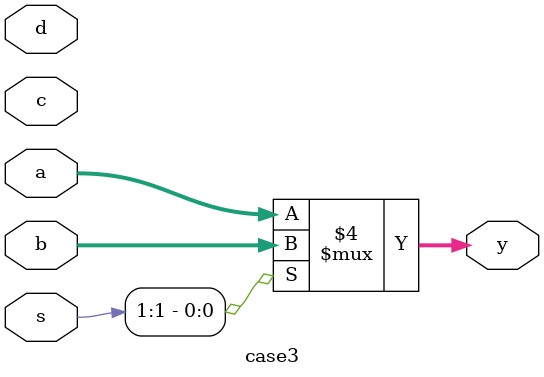
<source format=v>
module case3(a,b,c,d,s,y);

input [1:0]a;
input [1:0]b;
input [1:0]c;
input [1:0]d;
input [1:0]s;


output reg [1:0]y;

      always @(a,b,c,d,s)
       begin
		 
		 casex(s)
		 2'b0z: y =a;
		 2'bxx: y =b;
		 2'b1x: y =c;
		 
	    default: y =0;
endcase 
end
endmodule


</source>
